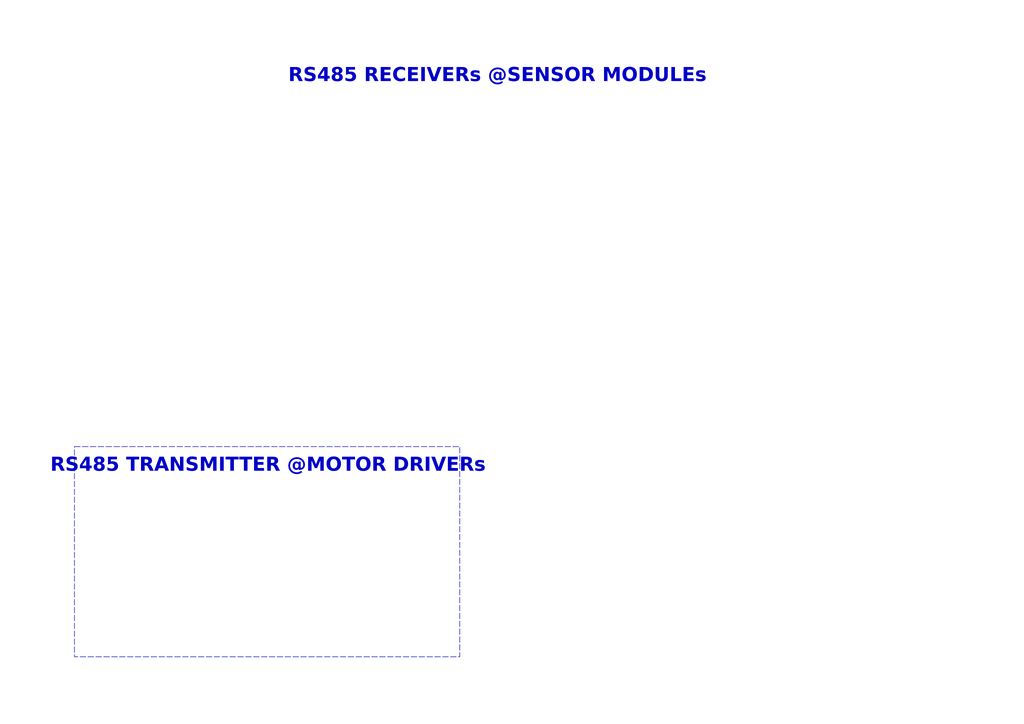
<source format=kicad_sch>
(kicad_sch
	(version 20231120)
	(generator "eeschema")
	(generator_version "8.0")
	(uuid "f8de37e2-3abe-44ca-be02-13acc9b4ccc1")
	(paper "A4")
	(lib_symbols)
	(rectangle
		(start 21.59 129.54)
		(end 133.35 190.5)
		(stroke
			(width 0)
			(type dash)
		)
		(fill
			(type none)
		)
		(uuid 4118053e-100c-4d15-94e0-4ea28916bd2b)
	)
	(text "RS485 TRANSMITTER @MOTOR DRIVERs"
		(exclude_from_sim no)
		(at 77.724 136.144 0)
		(effects
			(font
				(face "Righteous")
				(size 4 4)
				(thickness 0.8)
				(bold yes)
			)
		)
		(uuid "47212ba7-7e80-4158-9c3e-6172ae27d39f")
	)
	(text "RS485 RECEIVERs @SENSOR MODULEs"
		(exclude_from_sim no)
		(at 144.272 23.114 0)
		(effects
			(font
				(face "Righteous")
				(size 4 4)
				(thickness 0.8)
				(bold yes)
			)
		)
		(uuid "ba44c72f-0701-43d8-80ce-31b6dad90e02")
	)
)

</source>
